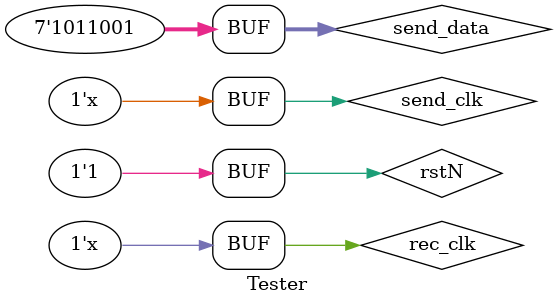
<source format=v>
`include "baud.v"

`timescale 1ps/1ps
module Tester();

    reg send_clk, rec_clk, rstN, send_new_data;
    reg [6:0] send_data;

    wire tx, busy, rec_new_data, correct_data;
    wire [6:0] rec_data;

    BaudReciever reciever (rec_data, rec_new_data, correct_data, tx, rstN, rec_clk);

    BaudSender sender (tx, busy, send_data, send_new_data, rstN, send_clk);

    always begin
        #1
        send_clk = ~send_clk;
        #1
        rec_clk = ~rec_clk;
        if (correct_data == 1) begin
            send_new_data = 0;
        end
    end

    initial begin
        send_clk = 0;
        rec_clk = 0;
        send_data = 7'b1011001;
        rstN = 0;
        send_new_data = 1;
        #1000
        rstN = 1;
        $monitor("%d %d", tx, busy);
    end
endmodule


</source>
